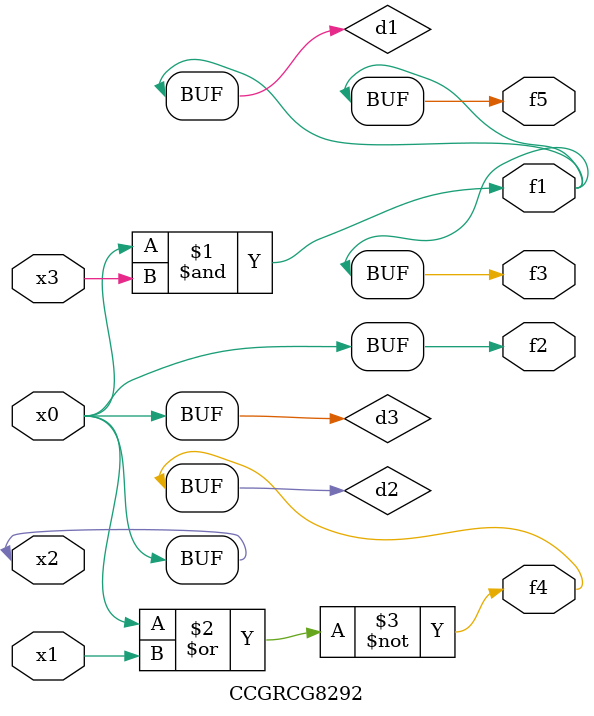
<source format=v>
module CCGRCG8292(
	input x0, x1, x2, x3,
	output f1, f2, f3, f4, f5
);

	wire d1, d2, d3;

	and (d1, x2, x3);
	nor (d2, x0, x1);
	buf (d3, x0, x2);
	assign f1 = d1;
	assign f2 = d3;
	assign f3 = d1;
	assign f4 = d2;
	assign f5 = d1;
endmodule

</source>
